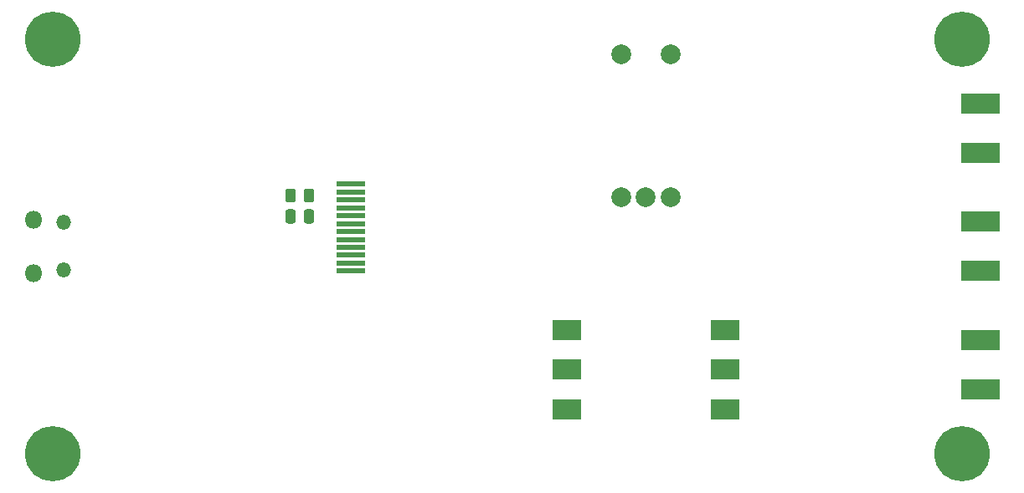
<source format=gbr>
%TF.GenerationSoftware,KiCad,Pcbnew,6.0.2+dfsg-1*%
%TF.CreationDate,2024-02-19T13:24:52+02:00*%
%TF.ProjectId,rpi_pico_si5351,7270695f-7069-4636-9f5f-736935333531,rev?*%
%TF.SameCoordinates,Original*%
%TF.FileFunction,Soldermask,Top*%
%TF.FilePolarity,Negative*%
%FSLAX46Y46*%
G04 Gerber Fmt 4.6, Leading zero omitted, Abs format (unit mm)*
G04 Created by KiCad (PCBNEW 6.0.2+dfsg-1) date 2024-02-19 13:24:52*
%MOMM*%
%LPD*%
G01*
G04 APERTURE LIST*
G04 Aperture macros list*
%AMRoundRect*
0 Rectangle with rounded corners*
0 $1 Rounding radius*
0 $2 $3 $4 $5 $6 $7 $8 $9 X,Y pos of 4 corners*
0 Add a 4 corners polygon primitive as box body*
4,1,4,$2,$3,$4,$5,$6,$7,$8,$9,$2,$3,0*
0 Add four circle primitives for the rounded corners*
1,1,$1+$1,$2,$3*
1,1,$1+$1,$4,$5*
1,1,$1+$1,$6,$7*
1,1,$1+$1,$8,$9*
0 Add four rect primitives between the rounded corners*
20,1,$1+$1,$2,$3,$4,$5,0*
20,1,$1+$1,$4,$5,$6,$7,0*
20,1,$1+$1,$6,$7,$8,$9,0*
20,1,$1+$1,$8,$9,$2,$3,0*%
G04 Aperture macros list end*
%ADD10R,3.000000X0.500000*%
%ADD11C,3.600000*%
%ADD12C,5.600000*%
%ADD13RoundRect,0.250000X0.250000X0.475000X-0.250000X0.475000X-0.250000X-0.475000X0.250000X-0.475000X0*%
%ADD14C,2.000000*%
%ADD15RoundRect,0.250000X-0.262500X-0.450000X0.262500X-0.450000X0.262500X0.450000X-0.262500X0.450000X0*%
%ADD16R,3.000000X2.000000*%
%ADD17R,4.000000X2.000000*%
%ADD18O,1.800000X1.800000*%
%ADD19O,1.500000X1.500000*%
G04 APERTURE END LIST*
D10*
%TO.C,U1*%
X64175000Y-52500000D03*
X64175000Y-51700000D03*
X64175000Y-50900000D03*
X64175000Y-50100000D03*
X64175000Y-49300000D03*
X64175000Y-48500000D03*
X64175000Y-47700000D03*
X64175000Y-46900000D03*
X64175000Y-46100000D03*
X64175000Y-45300000D03*
X64175000Y-44500000D03*
X64175000Y-43700000D03*
%TD*%
D11*
%TO.C,H3*%
X126000000Y-29000000D03*
D12*
X126000000Y-29000000D03*
%TD*%
%TO.C,H4*%
X34000000Y-29000000D03*
D11*
X34000000Y-29000000D03*
%TD*%
D13*
%TO.C,C1*%
X59950000Y-46950000D03*
X58050000Y-46950000D03*
%TD*%
D14*
%TO.C,SW2*%
X91500000Y-30500000D03*
X96500000Y-30500000D03*
X91500000Y-45000000D03*
X96500000Y-45000000D03*
X94000000Y-45000000D03*
%TD*%
D12*
%TO.C,H1*%
X126000000Y-71000000D03*
D11*
X126000000Y-71000000D03*
%TD*%
D12*
%TO.C,H2*%
X34000000Y-71000000D03*
D11*
X34000000Y-71000000D03*
%TD*%
D15*
%TO.C,R1*%
X58087500Y-44825000D03*
X59912500Y-44825000D03*
%TD*%
D16*
%TO.C,SW1*%
X86000000Y-58500000D03*
X86000000Y-62500000D03*
X86000000Y-66500000D03*
X102000000Y-58500000D03*
X102000000Y-62500000D03*
X102000000Y-66500000D03*
%TD*%
D17*
%TO.C,J3*%
X127805000Y-35500000D03*
X127805000Y-40500000D03*
%TD*%
%TO.C,J1*%
X127805000Y-59500000D03*
X127805000Y-64500000D03*
%TD*%
%TO.C,J2*%
X127805000Y-47500000D03*
X127805000Y-52500000D03*
%TD*%
D18*
%TO.C,U2*%
X32055000Y-52725000D03*
X32055000Y-47275000D03*
D19*
X35085000Y-47575000D03*
X35085000Y-52425000D03*
%TD*%
M02*

</source>
